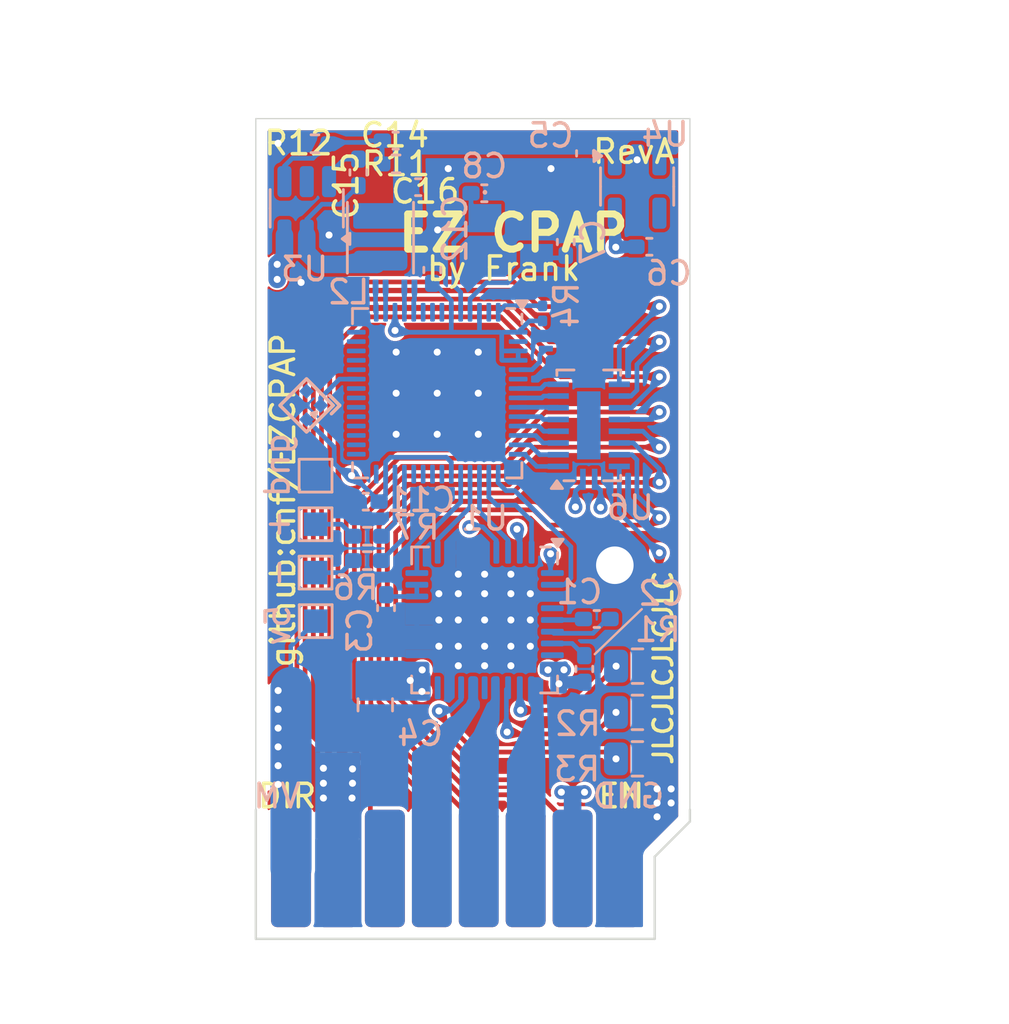
<source format=kicad_pcb>
(kicad_pcb (version 20241229) (generator "pcbnew") (generator_version "9.0")
  (title_block (title "${MY_TITLE}") (date "2025-08-06") (rev "${MY_REVISION}") (company "${MY_AUTHOR}"))
  (layers (0 "F.Cu" signal) (4 "In1.Cu" power) (6 "In2.Cu" power) (2 "B.Cu" signal) (13 "F.Paste" user) (15 "B.Paste" user) (5 "F.SilkS" user "F.Silkscreen") (7 "B.SilkS" user "B.Silkscreen") (1 "F.Mask" user) (3 "B.Mask" user) (25 "Edge.Cuts" user))
  (property "BOARD_TITLE" "EZ CPAP")
  (property "MY_AUTHOR" "Frank Rosquin")
  (property "MY_REVISION" "A")
  (property "MY_TITLE" "EZDriver for CPAP blower motor")
  (property "MY_URL" "github:cnf/EZCPAP")
  (net 0 "")
  (net 1 "Motor_U")
  (net 2 "VDC")
  (net 3 "Motor_W")
  (net 4 "Motor_V")
  (net 5 "V_IO")
  (net 6 "IN1")
  (net 7 "IN2")
  (net 8 "IN3")
  (net 9 "CS")
  (net 10 "DIR")
  (net 11 "MOSI")
  (net 12 "CLK")
  (net 13 "STEP")
  (net 14 "MISO")
  (net 15 "DIAG")
  (net 16 "EN")
  (net 17 "+3.3V")
  (net 18 "GND")
  (net 20 "NFAULT")
  (net 21 "Net-(U1-CPH)")
  (net 22 "Net-(U1-CPL)")
  (net 23 "Net-(U1-VCP)")
  (net 24 "Net-(U1-NRESET)")
  (net 30 "Net-(U2-CHIP_PU)")
  (net 39 "Net-(H1-Pad1)")
  (net 42 "Net-(J2-Pin_1)")
  (net 43 "Net-(J6-Pin_1)")
  (net 46 "Net-(H2-Pad1)")
  (net 48 "Net-(J3-Pin_1)")
  (net 52 "Net-(J4-Pin_1)")
  (net 53 "Net-(J5-Pin_1)")
  (net 56 "XTAL_P")
  (net 57 "XTAL_N")
  (net 58 "D+")
  (net 59 "D-")
  (net 61 "Net-(U1-PGND1)")
  (net 62 "Net-(U1-PGND2)")
  (net 63 "Net-(U1-PGND3)")
  (net 64 "+3V8")
  (net 65 "Net-(U3-SW)")
  (net 66 "Net-(U3-FB)")
  (net 68 "Net-(U3-BOOT)")
  (net 73 "LS0")
  (net 74 "LS6")
  (net 75 "LS5")
  (net 76 "LS4")
  (net 77 "LS7")
  (net 78 "LS2")
  (net 79 "LS1")
  (net 80 "LS3")
  (net 81 "ERGEBLED")
  (net 85 "NSLEEP")
  (footprint "EZCPAP:EZDriver" (layer "F.Cu") (at 69.83 116.64)
    (property "Reference" "J1" (hide yes))
    (property "Value" "EZ" (hide yes))
    (fp_line (start -10 3.5) (end -10 -2) (stroke (width 0.1)) (layer "Edge.Cuts"))
    (fp_line (start -10 3.5) (end 7 3.5) (stroke (width 0.1)) (layer "Edge.Cuts"))
    (fp_line (start 7 0) (end 8.5 -1.5) (stroke (width 0.1)) (layer "Edge.Cuts"))
    (fp_line (start 7 3.5) (end 7 0) (stroke (width 0.1)) (layer "Edge.Cuts"))
    (fp_line (start 8.5 -1.5) (end 8.5 -2) (stroke (width 0.1)) (layer "Edge.Cuts"))
  )
  (footprint "TestPoint:TestPoint_Pad_1.0x1.0mm" (layer "B.Cu") (at 62.375236 104.533565 180)
    (property "Reference" "H2" (hide yes))
    (property "Value" "-")
  )
  (footprint "Capacitor_SMD:C_0402_1005Metric_Pad0.74x0.62mm_HandSolder" (layer "B.Cu") (at 74.36 106.51)
    (property "Reference" "C1")
    (property "Value" "10nF")
  )
  (footprint "Capacitor_SMD:C_0402_1005Metric_Pad0.74x0.62mm_HandSolder" (layer "B.Cu") (at 65.38 106.0425 -90)
    (property "Reference" "C3")
    (property "Value" "470nF")
  )
  (footprint "Package_TO_SOT_SMD:SOT-23-6" (layer "B.Cu") (at 62 89.0125 90)
    (property "Reference" "U3")
    (property "Value" "TPS54202DDC")
  )
  (footprint "EZCPAP:Pin Exposed Pad" (layer "B.Cu") (at 64.93306 92.349 180)
    (property "Reference" "J2" (hide yes))
    (property "Value" "Conn_01x01_Pin" (hide yes))
  )
  (footprint "EZCPAP:XINGLIGHT-XL-1010RGBC-WS2812B" (layer "B.Cu") (at 61.991041 97.41 -135)
    (property "Reference" "D1" (hide yes))
    (property "Value" "WS2812B-2020")
  )
  (footprint "Resistor_SMD:R_0805_2012Metric" (layer "B.Cu") (at 76.0975 108.52)
    (property "Reference" "R1")
    (property "Value" "200mΩ")
  )
  (footprint "Capacitor_SMD:C_0402_1005Metric_Pad0.74x0.62mm_HandSolder" (layer "B.Cu") (at 67.35 91.64 -90)
    (property "Reference" "C12")
    (property "Value" "0.1µF")
  )
  (footprint "Capacitor_SMD:C_0402_1005Metric_Pad0.74x0.62mm_HandSolder" (layer "B.Cu") (at 66.75 88.11)
    (property "Reference" "C16")
    (property "Value" "47µF")
  )
  (footprint "Resistor_SMD:R_0805_2012Metric" (layer "B.Cu") (at 76.0925 110.49)
    (property "Reference" "R2")
    (property "Value" "200mΩ")
  )
  (footprint "Capacitor_SMD:C_0402_1005Metric_Pad0.74x0.62mm_HandSolder" (layer "B.Cu") (at 73.83 108.64 90)
    (property "Reference" "C2")
    (property "Value" "0.1µF")
  )
  (footprint "EZCPAP:Pin Exposed Pad" (layer "B.Cu") (at 66.16 92.35 180)
    (property "Reference" "J4" (hide yes))
    (property "Value" "Conn_01x01_Pin" (hide yes))
  )
  (footprint "Capacitor_SMD:C_0805_2012Metric_Pad1.18x1.45mm_HandSolder" (layer "B.Cu") (at 64.92 110.1675 -90)
    (property "Reference" "C4")
    (property "Value" "22µF")
  )
  (footprint "EZCPAP:Pin Exposed Pad" (layer "B.Cu") (at 66.59 92.35 180)
    (property "Reference" "J5" (hide yes))
    (property "Value" "Conn_01x01_Pin" (hide yes))
  )
  (footprint "Resistor_SMD:R_0402_1005Metric_Pad0.72x0.64mm_HandSolder" (layer "B.Cu") (at 62.35 86.26)
    (property "Reference" "R12")
    (property "Value" "18.7kΩ")
  )
  (footprint "Resistor_SMD:R_0402_1005Metric_Pad0.72x0.64mm_HandSolder" (layer "B.Cu") (at 64.579902 104.022798)
    (property "Reference" "R6")
    (property "Value" "33Ω")
  )
  (footprint "EZCPAP:DRV8313RHH" (layer "B.Cu") (at 69.58 106.5525 180)
    (property "Reference" "U1")
    (property "Value" "DRV8313RHHR")
  )
  (footprint "Package_TO_SOT_SMD:SOT-23-5" (layer "B.Cu") (at 76.08 88.0825 -90)
    (property "Reference" "U4")
    (property "Value" "AP2112K-3.3")
  )
  (footprint "Inductor_SMD:L_Wuerth_MAPI-2510" (layer "B.Cu") (at 65.14 90.265 90)
    (property "Reference" "L2")
    (property "Value" "6.8µH")
  )
  (footprint "Capacitor_SMD:C_0402_1005Metric_Pad0.74x0.62mm_HandSolder" (layer "B.Cu") (at 69.5675 88.37 180)
    (property "Reference" "C8")
    (property "Value" "18pF")
  )
  (footprint "Package_DFN_QFN:WQFN-20-1EP_2.5x4.5mm_P0.5mm_EP1x2.9mm" (layer "B.Cu") (at 74.02 98.26)
    (property "Reference" "U6")
    (property "Value" "FXMA108")
  )
  (footprint "Capacitor_SMD:C_0402_1005Metric_Pad0.74x0.62mm_HandSolder" (layer "B.Cu") (at 64.5175 101.51)
    (property "Reference" "C11")
    (property "Value" "0.1µF")
  )
  (footprint "Resistor_SMD:R_0805_2012Metric" (layer "B.Cu") (at 76.0925 112.47)
    (property "Reference" "R3")
    (property "Value" "200mΩ")
  )
  (footprint "Package_DFN_QFN:QFN-56-1EP_7x7mm_P0.4mm_EP4x4mm_ThermalVias" (layer "B.Cu") (at 67.56 96.89 180)
    (property "Reference" "U2")
    (property "Value" "ESP32-S2")
  )
  (footprint "TestPoint:TestPoint_Pad_1.0x1.0mm" (layer "B.Cu") (at 62.375236 102.473565 180)
    (property "Reference" "H1" (hide yes))
    (property "Value" "+")
  )
  (footprint "Resistor_SMD:R_0201_0603Metric" (layer "B.Cu") (at 72.05 93.49 90)
    (property "Reference" "R4")
    (property "Value" "10kΩ")
  )
  (footprint "Capacitor_SMD:C_0402_1005Metric_Pad0.74x0.62mm_HandSolder" (layer "B.Cu") (at 76.6 90.65)
    (property "Reference" "C6")
    (property "Value" "1µF")
  )
  (footprint "Capacitor_SMD:C_0402_1005Metric_Pad0.74x0.62mm_HandSolder" (layer "B.Cu") (at 73.04 90.4475 90)
    (property "Reference" "C7")
    (property "Value" "18pF")
  )
  (footprint "TestPoint:TestPoint_Pad_1.0x1.0mm" (layer "B.Cu") (at 62.382402 106.602798 180)
    (property "Reference" "H4" (hide yes))
    (property "Value" "5v")
  )
  (footprint "Resistor_SMD:R_0402_1005Metric_Pad0.72x0.64mm_HandSolder" (layer "B.Cu") (at 65.8075 87.12)
    (property "Reference" "R11")
    (property "Value" "100kΩ")
  )
  (footprint "EZCPAP:Hole" (layer "B.Cu") (at 75.13 104.22 180)
    (property "Reference" "H5" (hide yes))
    (property "Value" "MountingHole" (hide yes))
  )
  (footprint "TestPoint:TestPoint_Pad_1.0x1.0mm" (layer "B.Cu") (at 62.375236 100.402798 180)
    (property "Reference" "H3" (hide yes))
    (property "Value" "gnd")
  )
  (footprint "EZCPAP:7M40000010" (layer "B.Cu") (at 70.694216 90.28)
    (property "Reference" "Y1" (hide yes))
    (property "Value" "TXC 7M40000010" (hide yes))
  )
  (footprint "Capacitor_SMD:C_0402_1005Metric_Pad0.74x0.62mm_HandSolder" (layer "B.Cu") (at 65.79 86.13 180)
    (property "Reference" "C14")
    (property "Value" "47pF")
  )
  (footprint "Capacitor_SMD:C_0402_1005Metric_Pad0.74x0.62mm_HandSolder" (layer "B.Cu") (at 73.86 86.67 -90)
    (property "Reference" "C5")
    (property "Value" "1µF")
  )
  (footprint "EZCPAP:Pin Exposed Pad" (layer "B.Cu") (at 65.36 92.35 180)
    (property "Reference" "J3" (hide yes))
    (property "Value" "Conn_01x01_Pin" (hide yes))
  )
  (footprint "Resistor_SMD:R_0402_1005Metric_Pad0.72x0.64mm_HandSolder" (layer "B.Cu") (at 64.584902 102.982798)
    (property "Reference" "R7")
    (property "Value" "33Ω")
  )
  (footprint "Capacitor_SMD:C_0402_1005Metric_Pad0.74x0.62mm_HandSolder" (layer "B.Cu") (at 64.2 87.4825 -90)
    (property "Reference" "C15")
    (property "Value" "100nF")
  )
  (footprint "EZCPAP:Pin Exposed Pad" (layer "B.Cu") (at 72.19 94.99 90)
    (property "Reference" "J6" (hide yes))
    (property "Value" "Conn_01x01_Pin" (hide yes))
  )
  (gr_line (start 74.275 108.01) (end 76.28 106.09) (stroke (width 0.1)) (layer "B.SilkS"))
  (gr_line (start 78.33 85.19) (end 59.83 85.19) (stroke (width 0.05)) (layer "Edge.Cuts"))
  (gr_line (start 59.83 114.64) (end 59.83 85.19) (stroke (width 0.05)) (layer "Edge.Cuts"))
  (gr_line (start 78.33 114.64) (end 78.33 85.19) (stroke (width 0.05)) (layer "Edge.Cuts"))
  (gr_text "by Frank" (at 67.03 92.17 0) (layer "F.SilkS") (effects (font (size 1 1)) (justify left bottom)))
  (gr_text "${MY_URL}" (at 61.57 108.67 90) (layer "F.SilkS") (effects (font (size 1 1)) (justify left bottom)))
  (gr_text "${BOARD_TITLE}" (at 65.75 90.95 0) (layer "F.SilkS") (effects (font (size 1.5 1.5) (thickness 0.3) (bold yes)) (justify left bottom)))
  (gr_text "JLCJLCJLCJLC" (at 77.66 112.8 90) (layer "F.SilkS") (effects (font (size 0.8 0.8) (thickness 0.15) (bold yes)) (justify left bottom)))
  (gr_text "Rev${MY_REVISION}" (at 74.11 87.18 0) (layer "F.SilkS") (effects (font (size 1 1)) (justify left bottom)))
  (via (at 72.962826 108.674862) (size 0.6) (drill 0.3) (layers "F.Cu" "B.Cu") (net 2))
  (via (at 66.92 108.68) (size 0.6) (drill 0.3) (layers "F.Cu" "B.Cu") (net 2))
  (via (at 60.78 109.56) (size 0.6) (drill 0.3) (layers "F.Cu" "B.Cu") (net 2))
  (via (at 66.91 109.6) (size 0.6) (drill 0.3) (layers "F.Cu" "B.Cu") (net 2))
  (via (at 60.78 111.96) (size 0.6) (drill 0.3) (layers "F.Cu" "B.Cu") (net 2))
  (via (at 60.74 92.04) (size 0.6) (drill 0.3) (layers "F.Cu" "B.Cu") (net 2))
  (via (at 72.75 109.27) (size 0.6) (drill 0.3) (layers "F.Cu" "B.Cu") (net 2))
  (via (at 60.74 91.4) (size 0.6) (drill 0.3) (layers "F.Cu" "B.Cu") (net 2))
  (via (at 60.78 112.76) (size 0.6) (drill 0.3) (layers "F.Cu" "B.Cu") (net 2))
  (via (at 60.78 113.56) (size 0.6) (drill 0.3) (layers "F.Cu" "B.Cu") (net 2))
  (via (at 60.78 111.16) (size 0.6) (drill 0.3) (layers "F.Cu" "B.Cu") (net 2))
  (via (at 66.41 109.13) (size 0.6) (drill 0.3) (layers "F.Cu" "B.Cu") (net 2))
  (via (at 72.280002 108.68) (size 0.6) (drill 0.3) (layers "F.Cu" "B.Cu") (net 2))
  (via (at 60.78 110.36) (size 0.6) (drill 0.3) (layers "F.Cu" "B.Cu") (net 2))
  (segment (start 73.83 109.2075) (end 72.8125 109.2075) (width 0.5) (layer "B.Cu") (net 2))
  (segment (start 62.382402 106.602798) (end 61.32 107.6652) (width 0.2) (layer "B.Cu") (net 2))
  (segment (start 61.33 117.14) (end 61.33 109.43) (width 1.75) (layer "B.Cu") (net 2))
  (segment (start 60.74 91.4) (end 60.74 92.04) (width 0.75) (layer "B.Cu") (net 2))
  (segment (start 61.05 91.09) (end 60.74 91.4) (width 0.75) (layer "B.Cu") (net 2))
  (segment (start 72.71934 109.23934) (end 72.75 109.27) (width 0.2) (layer "B.Cu") (net 2))
  (segment (start 72.71934 108.61) (end 72.71934 109.23934) (width 0.2) (layer "B.Cu") (net 2))
  (segment (start 72.8125 109.2075) (end 72.75 109.27) (width 0.2) (layer "B.Cu") (net 2))
  (segment (start 61.05 90.15) (end 61.05 91.09) (width 0.75) (layer "B.Cu") (net 2))
  (segment (start 61.32 107.6652) (end 61.32 109.42) (width 0.2) (layer "B.Cu") (net 2))
  (segment (start 61.32 109.42) (end 61.33 109.43) (width 0.2) (layer "B.Cu") (net 2))
  (via (at 73.84 113.89) (size 0.6) (drill 0.3) (layers "F.Cu" "B.Cu") (net 5))
  (via (at 72.85 113.89) (size 0.6) (drill 0.3) (layers "F.Cu" "B.Cu") (net 5))
  (via (at 74.52 101.76) (size 0.6) (drill 0.3) (layers "F.Cu" "B.Cu") (net 5))
  (segment (start 74.27 100.56) (end 74.27 100.775) (width 0.2) (layer "B.Cu") (net 5))
  (segment (start 73.33 113.89) (end 72.85 113.89) (width 0.5) (layer "B.Cu") (net 5))
  (segment (start 73.84 113.89) (end 73.33 113.89) (width 0.5) (layer "B.Cu") (net 5))
  (segment (start 74.27 100.775) (end 74.52 101.025) (width 0.2) (layer "B.Cu") (net 5))
  (segment (start 74.52 101.025) (end 74.52 101.76) (width 0.2) (layer "B.Cu") (net 5))
  (segment (start 73.33 114.095) (end 73.33 117.14) (width 0.75) (layer "B.Cu") (net 5))
  (segment (start 73.256 103.432138) (end 70.864862 101.041) (width 0.2) (layer "B.Cu") (net 6))
  (segment (start 72.970798 105.0525) (end 73.256 104.767298) (width 0.2) (layer "B.Cu") (net 6))
  (segment (start 70.864862 101.041) (end 70.491 101.041) (width 0.2) (layer "B.Cu") (net 6))
  (segment (start 72.4675 105.0525) (end 72.970798 105.0525) (width 0.2) (layer "B.Cu") (net 6))
  (segment (start 70.16 100.71) (end 70.16 100.34) (width 0.2) (layer "B.Cu") (net 6))
  (segment (start 70.491 101.041) (end 70.16 100.71) (width 0.2) (layer "B.Cu") (net 6))
  (segment (start 73.256 104.767298) (end 73.256 103.432138) (width 0.2) (layer "B.Cu") (net 6))
  (segment (start 71.58 103.665) (end 71.58 102.34) (width 0.2) (layer "B.Cu") (net 7))
  (segment (start 70.1 101.66) (end 69.76 101.32) (width 0.2) (layer "B.Cu") (net 7))
  (segment (start 70.9 101.66) (end 70.1 101.66) (width 0.2) (layer "B.Cu") (net 7))
  (segment (start 69.76 101.32) (end 69.76 100.34) (width 0.2) (layer "B.Cu") (net 7))
  (segment (start 71.58 102.34) (end 70.9 101.66) (width 0.2) (layer "B.Cu") (net 7))
  (segment (start 69.36 101.93) (end 70.58 103.15) (width 0.2) (layer "B.Cu") (net 8))
  (segment (start 69.36 100.34) (end 69.36 101.93) (width 0.2) (layer "B.Cu") (net 8))
  (segment (start 70.58 103.15) (end 70.58 103.665) (width 0.2) (layer "B.Cu") (net 8))
  (segment (start 71.71 99.19) (end 77.03 99.19) (width 0.2) (layer "F.Cu") (net 9))
  (segment (start 64.38 102.19) (end 66.15 100.42) (width 0.2) (layer "F.Cu") (net 9))
  (segment (start 69.33 117.14) (end 69.33 115.31) (width 0.2) (layer "F.Cu") (net 9))
  (segment (start 66.15 100.42) (end 70.48 100.42) (width 0.2) (layer "F.Cu") (net 9))
  (segment (start 69.33 115.31) (end 64.38 110.36) (width 0.2) (layer "F.Cu") (net 9))
  (segment (start 64.38 110.36) (end 64.38 102.19) (width 0.2) (layer "F.Cu") (net 9))
  (segment (start 70.48 100.42) (end 71.71 99.19) (width 0.2) (layer "F.Cu") (net 9))
  (via (at 77.03 99.19) (size 0.6) (drill 0.3) (layers "F.Cu" "B.Cu") (net 9))
  (segment (start 77.03 99.19) (end 77.01 99.19) (width 0.2) (layer "B.Cu") (net 9))
  (segment (start 76.33 98.51) (end 75.32 98.51) (width 0.2) (layer "B.Cu") (net 9))
  (segment (start 77.01 99.19) (end 76.33 98.51) (width 0.2) (layer "B.Cu") (net 9))
  (segment (start 61.33 117.14) (end 61.58 116.89) (width 0.2) (layer "F.Cu") (net 10))
  (segment (start 61.58 94.4) (end 63.83 92.15) (width 0.2) (layer "F.Cu") (net 10))
  (segment (start 61.58 116.89) (end 61.58 94.4) (width 0.2) (layer "F.Cu") (net 10))
  (segment (start 77.03 93.19) (end 76.78 93.19) (width 0.2) (layer "F.Cu") (net 10))
  (segment (start 63.83 92.15) (end 70.83 92.15) (width 0.2) (layer "F.Cu") (net 10))
  (segment (start 70.83 92.15) (end 71.88 93.2) (width 0.2) (layer "F.Cu") (net 10))
  (segment (start 71.88 93.2) (end 77.02 93.2) (width 0.2) (layer "F.Cu") (net 10))
  (segment (start 77.02 93.2) (end 77.03 93.19) (width 0.2) (layer "F.Cu") (net 10))
  (via (at 77.03 93.19) (size 0.6) (drill 0.3) (layers "F.Cu" "B.Cu") (net 10))
  (segment (start 77.03 93.2) (end 75.32 94.91) (width 0.2) (layer "B.Cu") (net 10))
  (segment (start 77.03 93.19) (end 77.03 93.2) (width 0.2) (layer "B.Cu") (net 10))
  (segment (start 75.32 94.91) (end 75.32 96.51) (width 0.2) (layer "B.Cu") (net 10))
  (segment (start 72.32 102.51) (end 71.67 101.86) (width 0.2) (layer "F.Cu") (net 11))
  (segment (start 76.7 102.51) (end 72.32 102.51) (width 0.2) (layer "F.Cu") (net 11))
  (segment (start 71.27 113.36) (end 73.33 115.42) (width 0.2) (layer "F.Cu") (net 11))
  (segment (start 69.4 113.36) (end 71.27 113.36) (width 0.2) (layer "F.Cu") (net 11))
  (segment (start 65.79 102.82) (end 65.79 109.75) (width 0.2) (layer "F.Cu") (net 11))
  (segment (start 66.75 101.86) (end 65.79 102.82) (width 0.2) (layer "F.Cu") (net 11))
  (segment (start 65.79 109.75) (end 69.4 113.36) (width 0.2) (layer "F.Cu") (net 11))
  (segment (start 77.03 102.19) (end 77.02 102.19) (width 0.2) (layer "F.Cu") (net 11))
  (segment (start 77.02 102.19) (end 76.7 102.51) (width 0.2) (layer "F.Cu") (net 11))
  (segment (start 73.33 115.42) (end 73.33 117.14) (width 0.2) (layer "F.Cu") (net 11))
  (segment (start 71.67 101.86) (end 66.75 101.86) (width 0.2) (layer "F.Cu") (net 11))
  (via (at 77.03 102.19) (size 0.6) (drill 0.3) (layers "F.Cu" "B.Cu") (net 11))
  (segment (start 76.8 101.96) (end 77.03 102.19) (width 0.2) (layer "B.Cu") (net 11))
  (segment (start 76.07 99.723862) (end 76.07 101.25) (width 0.2) (layer "B.Cu") (net 11))
  (segment (start 76.07 101.25) (end 76.78 101.96) (width 0.2) (layer "B.Cu") (net 11))
  (segment (start 75.856138 99.51) (end 76.07 99.723862) (width 0.2) (layer "B.Cu") (net 11))
  (segment (start 76.78 101.96) (end 76.8 101.96) (width 0.2) (layer "B.Cu") (net 11))
  (segment (start 75.32 99.51) (end 75.856138 99.51) (width 0.2) (layer "B.Cu") (net 11))
  (segment (start 71.22 100.69) (end 70.77 101.14) (width 0.2) (layer "F.Cu") (net 12))
  (segment (start 77.03 100.69) (end 71.22 100.69) (width 0.2) (layer "F.Cu") (net 12))
  (segment (start 71.33 114.773862) (end 71.33 117.14) (width 0.2) (layer "F.Cu") (net 12))
  (segment (start 65.08 110.04) (end 69.04 114) (width 0.2) (layer "F.Cu") (net 12))
  (segment (start 69.04 114) (end 70.556138 114) (width 0.2) (layer "F.Cu") (net 12))
  (segment (start 70.556138 114) (end 71.33 114.773862) (width 0.2) (layer "F.Cu") (net 12))
  (segment (start 65.08 102.52) (end 65.08 110.04) (width 0.2) (layer "F.Cu") (net 12))
  (segment (start 66.46 101.14) (end 65.08 102.52) (width 0.2) (layer "F.Cu") (net 12))
  (segment (start 70.77 101.14) (end 66.46 101.14) (width 0.2) (layer "F.Cu") (net 12))
  (via (at 77.03 100.69) (size 0.6) (drill 0.3) (layers "F.Cu" "B.Cu") (net 12))
  (segment (start 75.92 99.01) (end 77.03 100.12) (width 0.2) (layer "B.Cu") (net 12))
  (segment (start 77.03 100.12) (end 77.03 100.69) (width 0.2) (layer "B.Cu") (net 12))
  (segment (start 75.32 99.01) (end 75.92 99.01) (width 0.2) (layer "B.Cu") (net 12))
  (segment (start 62.28 111.54) (end 62.28 94.77) (width 0.2) (layer "F.Cu") (net 13))
  (segment (start 63.33 117.14) (end 63.33 112.59) (width 0.2) (layer "F.Cu") (net 13))
  (segment (start 77.03 94.69) (end 76.78 94.69) (width 0.2) (layer "F.Cu") (net 13))
  (segment (start 62.28 94.77) (end 64.17 92.88) (width 0.2) (layer "F.Cu") (net 13))
  (segment (start 63.33 112.59) (end 62.28 111.54) (width 0.2) (layer "F.Cu") (net 13))
  (segment (start 64.17 92.88) (end 70.52 92.88) (width 0.2) (layer "F.Cu") (net 13))
  (segment (start 72.34 94.7) (end 77.02 94.7) (width 0.2) (layer "F.Cu") (net 13))
  (segment (start 70.52 92.88) (end 72.34 94.7) (width 0.2) (layer "F.Cu") (net 13))
  (segment (start 77.02 94.7) (end 77.03 94.69) (width 0.2) (layer "F.Cu") (net 13))
  (via (at 77.03 94.69) (size 0.6) (drill 0.3) (layers "F.Cu" "B.Cu") (net 13))
  (segment (start 76.78 94.69) (end 77.03 94.69) (width 0.2) (layer "B.Cu") (net 13))
  (segment (start 77.03 94.69) (end 77.03 94.71) (width 0.2) (layer "B.Cu") (net 13))
  (segment (start 77.03 94.71) (end 76.071 95.669) (width 0.2) (layer "B.Cu") (net 13))
  (segment (start 76.071 96.76) (end 75.821 97.01) (width 0.2) (layer "B.Cu") (net 13))
  (segment (start 76.071 95.669) (end 76.071 96.76) (width 0.2) (layer "B.Cu") (net 13))
  (segment (start 75.821 97.01) (end 75.32 97.01) (width 0.2) (layer "B.Cu") (net 13))
  (segment (start 67.33 114.38) (end 63.68 110.73) (width 0.2) (layer "F.Cu") (net 14))
  (segment (start 67.33 117.14) (end 67.33 114.38) (width 0.2) (layer "F.Cu") (net 14))
  (segment (start 65.91 99.66) (end 70.2 99.66) (width 0.2) (layer "F.Cu") (net 14))
  (segment (start 72.17 97.69) (end 77.03 97.69) (width 0.2) (layer "F.Cu") (net 14))
  (segment (start 63.68 110.73) (end 63.68 101.89) (width 0.2) (layer "F.Cu") (net 14))
  (segment (start 63.68 101.89) (end 65.91 99.66) (width 0.2) (layer "F.Cu") (net 14))
  (segment (start 70.2 99.66) (end 72.17 97.69) (width 0.2) (layer "F.Cu") (net 14))
  (via (at 77.03 97.69) (size 0.6) (drill 0.3) (layers "F.Cu" "B.Cu") (net 14))
  (segment (start 77.03 97.69) (end 76.71 98.01) (width 0.2) (layer "B.Cu") (net 14))
  (segment (start 76.71 98.01) (end 75.32 98.01) (width 0.2) (layer "B.Cu") (net 14))
  (segment (start 70.268311 93.638311) (end 72.82 96.19) (width 0.2) (layer "F.Cu") (net 15))
  (segment (start 65.33 117.14) (end 64.71 116.52) (width 0.2) (layer "F.Cu") (net 15))
  (segment (start 62.98 111.08) (end 62.98 95.09) (width 0.2) (layer "F.Cu") (net 15))
  (segment (start 64.431689 93.638311) (end 70.268311 93.638311) (width 0.2) (layer "F.Cu") (net 15))
  (segment (start 72.82 96.19) (end 77.03 96.19) (width 0.2) (layer "F.Cu") (net 15))
  (segment (start 62.98 95.09) (end 64.431689 93.638311) (width 0.2) (layer "F.Cu") (net 15))
  (segment (start 64.71 112.81) (end 62.98 111.08) (width 0.2) (layer "F.Cu") (net 15))
  (segment (start 64.71 116.52) (end 64.71 112.81) (width 0.2) (layer "F.Cu") (net 15))
  (via (at 77.03 96.19) (size 0.6) (drill 0.3) (layers "F.Cu" "B.Cu") (net 15))
  (segment (start 75.84 97.51) (end 75.32 97.51) (width 0.2) (layer "B.Cu") (net 15))
  (segment (start 77.16 96.19) (end 75.84 97.51) (width 0.2) (layer "B.Cu") (net 15))
  (segment (start 76.05 116.42) (end 76.05 107.34) (width 0.2) (layer "F.Cu") (net 16))
  (segment (start 77.03 106.36) (end 77.03 103.69) (width 0.2) (layer "F.Cu") (net 16))
  (segment (start 76.05 107.34) (end 77.03 106.36) (width 0.2) (layer "F.Cu") (net 16))
  (segment (start 75.33 117.14) (end 76.05 116.42) (width 0.2) (layer "F.Cu") (net 16))
  (via (at 77.03 103.69) (size 0.6) (drill 0.3) (layers "F.Cu" "B.Cu") (net 16))
  (segment (start 75.32 101.98) (end 77.03 103.69) (width 0.2) (layer "B.Cu") (net 16))
  (segment (start 75.32 100.01) (end 75.32 101.98) (width 0.2) (layer "B.Cu") (net 16))
  (via (at 70.96 102.68) (size 0.6) (drill 0.3) (layers "F.Cu" "B.Cu") (net 17))
  (via (at 65.762015 94.219311) (size 0.6) (drill 0.3) (layers "F.Cu" "B.Cu") (net 17))
  (via (at 73.45 101.74) (size 0.6) (drill 0.3) (layers "F.Cu" "B.Cu") (net 17))
  (via (at 68.93 102.6) (size 0.6) (drill 0.3) (layers "F.Cu" "B.Cu") (net 17))
  (via (at 75.17 90.67) (size 0.6) (drill 0.3) (layers "F.Cu" "B.Cu") (net 17))
  (via (at 72.39 103.73) (size 0.6) (drill 0.3) (layers "F.Cu" "B.Cu") (net 17))
  (via (at 63.91 100.4) (size 0.6) (drill 0.3) (layers "F.Cu" "B.Cu") (net 17))
  (segment (start 72.39 103.73) (end 72.39 104.475) (width 0.2) (layer "B.Cu") (net 17))
  (segment (start 65.36 101.235) (end 65.085 101.51) (width 0.2) (layer "B.Cu") (net 17))
  (segment (start 70.33 95.49) (end 71.01 95.49) (width 0.2) (layer "B.Cu") (net 17))
  (segment (start 75.13 90.65) (end 75.13 89.22) (width 0.5) (layer "B.Cu") (net 17))
  (segment (start 70.309 95.07) (end 70.309 95.469) (width 0.2) (layer "B.Cu") (net 17))
  (segment (start 68.16 100.34) (end 68.16 99.83) (width 0.2) (layer "B.Cu") (net 17))
  (segment (start 75.8825 90.65) (end 75.13 90.65) (width 0.5) (layer "B.Cu") (net 17))
  (segment (start 68.16 93.4425) (end 68.16 94.2825) (width 0.2) (layer "B.Cu") (net 17))
  (segment (start 63.91 100.4) (end 63.975 100.4) (width 0.2) (layer "B.Cu") (net 17))
  (segment (start 73.45 101.065) (end 73.45 101.74) (width 0.2) (layer "B.Cu") (net 17))
  (segment (start 65.76 94.1915) (end 65.861 94.2925) (width 0.2) (layer "B.Cu") (net 17))
  (segment (start 65.76 94.217296) (end 65.76 93.24) (width 0.2) (layer "B.Cu") (net 17))
  (segment (start 73.77 100.745) (end 73.45 101.065) (width 0.2) (layer "B.Cu") (net 17))
  (segment (start 71.01 95.09) (end 70.329 95.09) (width 0.2) (layer "B.Cu") (net 17))
  (segment (start 69.36 94.2725) (end 69.36 93.4425) (width 0.2) (layer "B.Cu") (net 17))
  (segment (start 63.17 99.601798) (end 63.17 99.19) (width 0.2) (layer "B.Cu") (net 17))
  (segment (start 68.93 102.6) (end 68.94 102.59) (width 0.2) (layer "B.Cu") (net 17))
  (segment (start 71.01 95.09) (end 71.01 95.49) (width 0.2) (layer "B.Cu") (net 17))
  (segment (start 65.861 94.2925) (end 68.3325 94.2925) (width 0.2) (layer "B.Cu") (net 17))
  (segment (start 68.16 92.942226) (end 68.16 93.44) (width 0.2) (layer "B.Cu") (net 17))
  (segment (start 69.508298 102.59) (end 70.08 103.161702) (width 0.2) (layer "B.Cu") (net 17))
  (segment (start 63.91 100.4) (end 63.69 100.4) (width 0.2) (layer "B.Cu") (net 17))
  (segment (start 73.77 100.56) (end 73.77 100.745) (width 0.2) (layer "B.Cu") (net 17))
  (segment (start 69.38 94.2925) (end 69.36 94.2725) (width 0.2) (layer "B.Cu") (net 17))
  (segment (start 63.17 99.19) (end 61.991041 98.011041) (width 0.2) (layer "B.Cu") (net 17))
  (segment (start 63.176236 99.886236) (end 63.176236 99.601798) (width 0.2) (layer "B.Cu") (net 17))
  (segment (start 75.9025 90.63) (end 75.8825 90.65) (width 0.5) (layer "B.Cu") (net 17))
  (segment (start 68.16 99.83) (end 67.95 99.62) (width 0.2) (layer "B.Cu") (net 17))
  (segment (start 70.309 94.3435) (end 70.258 94.2925) (width 0.2) (layer "B.Cu") (net 17))
  (segment (start 70.309 94.3435) (end 70.309 95.07) (width 0.2) (layer "B.Cu") (net 17))
  (segment (start 65.36 100.34) (end 65.36 101.235) (width 0.2) (layer "B.Cu") (net 17))
  (segment (start 67.35 92.2075) (end 67.425274 92.2075) (width 0.2) (layer "B.Cu") (net 17))
  (segment (start 63.69 100.4) (end 63.176236 99.886236) (width 0.2) (layer "B.Cu") (net 17))
  (segment (start 63.975 100.4) (end 65.085 101.51) (width 0.2) (layer "B.Cu") (net 17))
  (segment (start 70.309 95.469) (end 70.33 95.49) (width 0.2) (layer "B.Cu") (net 17))
  (segment (start 71.01 94.2925) (end 70.36 94.2925) (width 0.2) (layer "B.Cu") (net 17))
  (segment (start 67.95 99.62) (end 65.56 99.62) (width 0.2) (layer "B.Cu") (net 17))
  (segment (start 68.3325 94.2925) (end 69.712226 94.2925) (width 0.2) (layer "B.Cu") (net 17))
  (segment (start 71.49 93.81) (end 71.01 94.29) (width 0.2) (layer "B.Cu") (net 17))
  (segment (start 71.08 102.8) (end 71.08 103.665) (width 0.2) (layer "B.Cu") (net 17))
  (segment (start 70.96 102.68) (end 71.08 102.8) (width 0.2) (layer "B.Cu") (net 17))
  (segment (start 65.36 99.82) (end 65.36 100.34) (width 0.2) (layer "B.Cu") (net 17))
  (segment (start 68.94 102.59) (end 69.508298 102.59) (width 0.2) (layer "B.Cu") (net 17))
  (segment (start 72.05 93.81) (end 71.49 93.81) (width 0.2) (layer "B.Cu") (net 17))
  (segment (start 65.56 99.62) (end 65.36 99.82) (width 0.2) (layer "B.Cu") (net 17))
  (segment (start 71.035 95.115) (end 71.01 95.09) (width 0.2) (layer "B.Cu") (net 17))
  (segment (start 70.08 103.161702) (end 70.08 103.665) (width 0.2) (layer "B.Cu") (net 17))
  (segment (start 63.91 100.4) (end 63.91 100.62) (width 0.2) (layer "B.Cu") (net 17))
  (segment (start 67.425274 92.2075) (end 68.16 92.942226) (width 0.2) (layer "B.Cu") (net 17))
  (segment (start 65.762015 94.219311) (end 65.76 94.217296) (width 0.2) (layer "B.Cu") (net 17))
  (segment (start 72.39 104.475) (end 72.4675 104.5525) (width 0.2) (layer "B.Cu") (net 17))
  (segment (start 70.258 94.2925) (end 69.712226 94.2925) (width 0.2) (layer "B.Cu") (net 17))
  (segment (start 70.36 94.2925) (end 70.309 94.3435) (width 0.2) (layer "B.Cu") (net 17))
  (segment (start 70.329 95.09) (end 70.309 95.07) (width 0.2) (layer "B.Cu") (net 17))
  (segment (start 63.176236 99.601798) (end 63.17 99.601798) (width 0.2) (layer "B.Cu") (net 17))
  (via (at 76.93 114.35) (size 0.6) (drill 0.3) (layers "F.Cu" "B.Cu") (net 18))
  (via (at 61.76 92.17) (size 0.6) (drill 0.3) (layers "F.Cu" "B.Cu") (net 18))
  (via (at 77.53 114.35) (size 0.6) (drill 0.3) (layers "F.Cu" "B.Cu") (net 18))
  (via (at 62.71 113.51) (size 0.6) (drill 0.3) (layers "F.Cu" "B.Cu") (net 18))
  (via (at 72.41 87.32) (size 0.6) (drill 0.3) (layers "F.Cu" "B.Cu") (net 18))
  (via (at 63.95 112.9) (size 0.6) (drill 0.3) (layers "F.Cu" "B.Cu") (net 18))
  (via (at 62.71 112.87) (size 0.6) (drill 0.3) (layers "F.Cu" "B.Cu") (net 18))
  (via (at 62.71 114.14) (size 0.6) (drill 0.3) (layers "F.Cu" "B.Cu") (net 18))
  (via (at 76.08 86.945) (size 0.6) (drill 0.3) (layers "F.Cu" "B.Cu") (net 18))
  (via (at 76.93 114.94) (size 0.6) (drill 0.3) (layers "F.Cu" "B.Cu") (net 18))
  (via (at 76.93 113.75) (size 0.6) (drill 0.3) (layers "F.Cu" "B.Cu") (net 18))
  (via (at 63.95 113.51) (size 0.6) (drill 0.3) (layers "F.Cu" "B.Cu") (net 18))
  (via (at 77.53 113.75) (size 0.6) (drill 0.3) (layers "F.Cu" "B.Cu") (net 18))
  (via (at 63.93 114.14) (size 0.6) (drill 0.3) (layers "F.Cu" "B.Cu") (net 18))
  (via (at 62.95 90.15) (size 0.6) (drill 0.3) (layers "F.Cu" "B.Cu") (net 18))
  (via (at 68.03 87.32) (size 0.6) (drill 0.3) (layers "F.Cu" "B.Cu") (net 18))
  (via (at 67.58 89.93) (size 0.6) (drill 0.3) (layers "F.Cu" "B.Cu") (net 18))
  (via (at 60.78 86.24) (size 0.6) (drill 0.3) (layers "F.Cu" "B.Cu") (net 18))
  (segment (start 66.6925 107.0525) (end 66.6925 107.5525) (width 0.2) (layer "B.Cu") (net 18))
  (segment (start 66.6925 106.5525) (end 66.6925 107.0525) (width 0.2) (layer "B.Cu") (net 18))
  (segment (start 66.635 106.61) (end 66.6925 106.5525) (width 0.2) (layer "B.Cu") (net 18))
  (segment (start 68.08 103.665) (end 68.58 103.665) (width 0.2) (layer "B.Cu") (net 18))
  (segment (start 67.58 103.128341) (end 68.96 101.748341) (width 0.2) (layer "B.Cu") (net 20))
  (segment (start 68.96 101.748341) (end 68.96 100.34) (width 0.2) (layer "B.Cu") (net 20))
  (segment (start 67.58 103.665) (end 67.58 103.128341) (width 0.2) (layer "B.Cu") (net 20))
  (segment (start 74.1975 107.12) (end 72.535 107.12) (width 0.2) (layer "B.Cu") (net 21))
  (segment (start 74.9275 106.39) (end 74.1975 107.12) (width 0.2) (layer "B.Cu") (net 21))
  (segment (start 72.535 107.12) (end 72.4675 107.0525) (width 0.2) (layer "B.Cu") (net 21))
  (segment (start 73.63 106.5525) (end 72.4675 106.5525) (width 0.2) (layer "B.Cu") (net 22))
  (segment (start 73.7925 106.39) (end 73.63 106.5525) (width 0.2) (layer "B.Cu") (net 22))
  (segment (start 72.491 107.529) (end 72.4675 107.5525) (width 0.2) (layer "B.Cu") (net 23))
  (segment (start 73.31 107.5525) (end 72.4675 107.5525) (width 0.2) (layer "B.Cu") (net 23))
  (segment (start 73.83 108.0725) (end 73.31 107.5525) (width 0.2) (layer "B.Cu") (net 23))
  (segment (start 66.6925 105.0525) (end 66.6925 105.5525) (width 0.2) (layer "B.Cu") (net 24))
  (segment (start 65.4575 105.5525) (end 65.38 105.475) (width 0.2) (layer "B.Cu") (net 24))
  (segment (start 66.66 105.52) (end 66.6925 105.5525) (width 0.2) (layer "B.Cu") (net 24))
  (segment (start 66.6925 105.5525) (end 65.4575 105.5525) (width 0.2) (layer "B.Cu") (net 24))
  (segment (start 70.16 93.44) (end 70.44 93.16) (width 0.2) (layer "B.Cu") (net 30))
  (segment (start 70.44 93.16) (end 71.94 93.16) (width 0.2) (layer "B.Cu") (net 30))
  (segment (start 63.478169 102.473565) (end 63.987402 102.982798) (width 0.2) (layer "B.Cu") (net 39))
  (segment (start 62.375236 102.473565) (end 63.478169 102.473565) (width 0.2) (layer "B.Cu") (net 39))
  (segment (start 64.93306 92.349) (end 64.93306 93.41306) (width 0.2) (layer "B.Cu") (net 42))
  (segment (start 64.93306 93.41306) (end 64.96 93.44) (width 0.2) (layer "B.Cu") (net 42))
  (segment (start 71.93 95.56) (end 71.93 95.25) (width 0.2) (layer "B.Cu") (net 43))
  (segment (start 71.93 95.25) (end 72.19 94.99) (width 0.2) (layer "B.Cu") (net 43))
  (segment (start 71.01 95.89) (end 71.6 95.89) (width 0.2) (layer "B.Cu") (net 43))
  (segment (start 71.6 95.89) (end 71.93 95.56) (width 0.2) (layer "B.Cu") (net 43))
  (segment (start 62.375236 104.533565) (end 63.471635 104.533565) (width 0.2) (layer "B.Cu") (net 46))
  (segment (start 63.471635 104.533565) (end 63.982402 104.022798) (width 0.2) (layer "B.Cu") (net 46))
  (segment (start 65.36 92.942226) (end 65.36 93.44) (width 0.2) (layer "B.Cu") (net 48))
  (segment (start 65.36 92.31) (end 65.36 92.902226) (width 0.2) (layer "B.Cu") (net 48))
  (segment (start 66.16 92.912) (end 66.16 92.288) (width 0.2) (layer "B.Cu") (net 52))
  (segment (start 66.16 93.44) (end 66.16 92.93) (width 0.2) (layer "B.Cu") (net 52))
  (segment (start 66.59 92.912226) (end 66.56 92.942226) (width 0.2) (layer "B.Cu") (net 53))
  (segment (start 66.56 92.942226) (end 66.56 93.44) (width 0.2) (layer "B.Cu") (net 53))
  (segment (start 66.59 92.35) (end 66.59 92.912226) (width 0.2) (layer "B.Cu") (net 53))
  (segment (start 71.799216 91.125) (end 71.794216 91.13) (width 0.2) (layer "B.Cu") (net 56))
  (segment (start 69.651 92.18) (end 70.57 92.18) (width 0.2) (layer "B.Cu") (net 56))
  (segment (start 72.93 91.125) (end 71.799216 91.125) (width 0.2) (layer "B.Cu") (net 56))
  (segment (start 70.57 92.18) (end 71.62 91.13) (width 0.2) (layer "B.Cu") (net 56))
  (segment (start 68.96 93.44) (end 68.96 92.871) (width 0.2) (layer "B.Cu") (net 56))
  (segment (start 68.96 92.871) (end 69.651 92.18) (width 0.2) (layer "B.Cu") (net 56))
  (segment (start 73.04 91.015) (end 72.93 91.125) (width 0.2) (layer "B.Cu") (net 56))
  (segment (start 71.62 91.13) (end 71.794216 91.13) (width 0.2) (layer "B.Cu") (net 56))
  (segment (start 68.56 93.44) (end 68.56 92.59) (width 0.2) (layer "B.Cu") (net 57))
  (segment (start 68.56 92.59) (end 68.27 92.3) (width 0.2) (layer "B.Cu") (net 57))
  (segment (start 69 88.37) (end 69 88.835784) (width 0.2) (layer "B.Cu") (net 57))
  (segment (start 68.27 90.48) (end 69.32 89.43) (width 0.2) (layer "B.Cu") (net 57))
  (segment (start 69 88.835784) (end 69.594216 89.43) (width 0.2) (layer "B.Cu") (net 57))
  (segment (start 68.27 92.3) (end 68.27 90.48) (width 0.2) (layer "B.Cu") (net 57))
  (segment (start 69.32 89.43) (end 69.594216 89.43) (width 0.2) (layer "B.Cu") (net 57))
  (segment (start 65.76 100.34) (end 65.76 102.4052) (width 0.2) (layer "B.Cu") (net 58))
  (segment (start 65.76 102.4052) (end 65.182402 102.982798) (width 0.2) (layer "B.Cu") (net 58))
  (segment (start 66.16 103.0402) (end 65.177402 104.022798) (width 0.2) (layer "B.Cu") (net 59))
  (segment (start 66.16 100.34) (end 66.16 103.0402) (width 0.2) (layer "B.Cu") (net 59))
  (segment (start 71.13 110.4) (end 73.305 110.4) (width 0.2) (layer "F.Cu") (net 61))
  (segment (start 73.305 110.4) (end 75.185 108.52) (width 0.2) (layer "F.Cu") (net 61))
  (segment (start 71.12 110.39) (end 71.13 110.4) (width 0.2) (layer "F.Cu") (net 61))
  (via (at 75.185 108.52) (size 0.6) (drill 0.3) (layers "F.Cu" "B.Cu") (net 61))
  (via (at 71.11 110.4) (size 0.6) (drill 0.3) (layers "F.Cu" "B.Cu") (net 61))
  (segment (start 71.08 110.37) (end 71.11 110.4) (width 0.2) (layer "B.Cu") (net 61))
  (segment (start 71.08 109.44) (end 71.08 110.37) (width 0.2) (layer "B.Cu") (net 61))
  (segment (start 70.64 111.33) (end 70.72 111.41) (width 0.2) (layer "F.Cu") (net 62))
  (segment (start 74.26 111.41) (end 75.18 110.49) (width 0.2) (layer "F.Cu") (net 62))
  (segment (start 70.72 111.41) (end 74.26 111.41) (width 0.2) (layer "F.Cu") (net 62))
  (segment (start 70.54 111.33) (end 70.64 111.33) (width 0.2) (layer "F.Cu") (net 62))
  (via (at 70.54 111.33) (size 0.6) (drill 0.3) (layers "F.Cu" "B.Cu") (net 62))
  (via (at 75.18 110.49) (size 0.6) (drill 0.3) (layers "F.Cu" "B.Cu") (net 62))
  (segment (start 70.509 111.299) (end 70.509 109.511) (width 0.2) (layer "B.Cu") (net 62))
  (segment (start 70.54 111.33) (end 70.509 111.299) (width 0.2) (layer "B.Cu") (net 62))
  (segment (start 70.509 109.511) (end 70.58 109.44) (width 0.2) (layer "B.Cu") (net 62))
  (segment (start 67.62 110.6) (end 69.2 112.18) (width 0.2) (layer "F.Cu") (net 63))
  (segment (start 69.2 112.18) (end 74.89 112.18) (width 0.2) (layer "F.Cu") (net 63))
  (segment (start 67.621837 110.4275) (end 67.62 110.429337) (width 0.2) (layer "F.Cu") (net 63))
  (segment (start 67.62 110.429337) (end 67.62 110.6) (width 0.2) (layer "F.Cu") (net 63))
  (segment (start 74.89 112.18) (end 75.18 112.47) (width 0.2) (layer "F.Cu") (net 63))
  (segment (start 67.633652 110.4275) (end 67.621837 110.4275) (width 0.2) (layer "F.Cu") (net 63))
  (via (at 67.633652 110.4275) (size 0.6) (drill 0.3) (layers "F.Cu" "B.Cu") (net 63))
  (via (at 75.18 112.47) (size 0.6) (drill 0.3) (layers "F.Cu" "B.Cu") (net 63))
  (segment (start 68.58 109.943298) (end 68.58 109.44) (width 0.2) (layer "B.Cu") (net 63))
  (segment (start 67.621837 110.439315) (end 67.621837 110.471837) (width 0.2) (layer "B.Cu") (net 63))
  (segment (start 68.095798 110.4275) (end 68.58 109.943298) (width 0.2) (layer "B.Cu") (net 63))
  (segment (start 67.633652 110.4275) (end 68.095798 110.4275) (width 0.2) (layer "B.Cu") (net 63))
  (segment (start 67.621837 110.471837) (end 67.72 110.57) (width 0.2) (layer "B.Cu") (net 63))
  (segment (start 67.633652 110.4275) (end 67.621837 110.439315) (width 0.2) (layer "B.Cu") (net 63))
  (segment (start 62.649001 88.8385) (end 62 89.487501) (width 0.2) (layer "B.Cu") (net 65))
  (segment (start 63.4115 88.8385) (end 62.649001 88.8385) (width 0.2) (layer "B.Cu") (net 65))
  (segment (start 62 90.15) (end 62 90.893376) (width 0.75) (layer "B.Cu") (net 65))
  (segment (start 64.85 91.24) (end 65.14 91.24) (width 0.2) (layer "B.Cu") (net 65))
  (segment (start 62.506624 91.4) (end 64.98 91.4) (width 0.75) (layer "B.Cu") (net 65))
  (segment (start 64.2 88.05) (end 63.4115 88.8385) (width 0.2) (layer "B.Cu") (net 65))
  (segment (start 64.98 91.4) (end 65.14 91.24) (width 0.75) (layer "B.Cu") (net 65))
  (segment (start 62 90.893376) (end 62.506624 91.4) (width 0.75) (layer "B.Cu") (net 65))
  (segment (start 62 89.487501) (end 62 90.15) (width 0.2) (layer "B.Cu") (net 65))
  (segment (start 65.2225 86.13) (end 65.21 86.1425) (width 0.2) (layer "B.Cu") (net 66))
  (segment (start 62.262026 86.88) (end 62.882026 86.26) (width 0.2) (layer "B.Cu") (net 66))
  (segment (start 64.687613 86.13) (end 65.2225 86.13) (width 0.2) (layer "B.Cu") (net 66))
  (segment (start 61.05 87.875) (end 61.05 87.212501) (width 0.2) (layer "B.Cu") (net 66))
  (segment (start 62.9475 86.26) (end 63.003693 86.203807) (width 0.2) (layer "B.Cu") (net 66))
  (segment (start 65.21 86.1625) (end 65.21 87.12) (width 0.2) (layer "B.Cu") (net 66))
  (segment (start 61.05 87.212501) (end 61.382501 86.88) (width 0.2) (layer "B.Cu") (net 66))
  (segment (start 63.003693 86.203807) (end 64.613806 86.203807) (width 0.2) (layer "B.Cu") (net 66))
  (segment (start 64.613806 86.203807) (end 64.687613 86.13) (width 0.2) (layer "B.Cu") (net 66))
  (segment (start 62.882026 86.26) (end 62.9475 86.26) (width 0.2) (layer "B.Cu") (net 66))
  (segment (start 65.2225 86.15) (end 65.21 86.1625) (width 0.2) (layer "B.Cu") (net 66))
  (segment (start 65.21 86.1425) (end 65.21 87.12) (width 0.2) (layer "B.Cu") (net 66))
  (segment (start 65.2225 86.13) (end 65.2225 86.15) (width 0.2) (layer "B.Cu") (net 66))
  (segment (start 61.382501 86.88) (end 62.262026 86.88) (width 0.2) (layer "B.Cu") (net 66))
  (segment (start 63.595 86.915) (end 62.95 87.56) (width 0.2) (layer "B.Cu") (net 68))
  (segment (start 62.95 87.56) (end 62.95 87.875) (width 0.2) (layer "B.Cu") (net 68))
  (segment (start 64.2 86.915) (end 63.595 86.915) (width 0.2) (layer "B.Cu") (net 68))
  (segment (start 72.16 96.51) (end 72.72 96.51) (width 0.2) (layer "B.Cu") (net 73))
  (segment (start 71.01 96.69) (end 71.98 96.69) (width 0.2) (layer "B.Cu") (net 73))
  (segment (start 71.98 96.69) (end 72.16 96.51) (width 0.2) (layer "B.Cu") (net 73))
  (segment (start 72.72 99.51) (end 71.927774 99.51) (width 0.2) (layer "B.Cu") (net 74))
  (segment (start 71.927774 99.51) (end 71.507774 99.09) (width 0.2) (layer "B.Cu") (net 74))
  (segment (start 71.507774 99.09) (end 71.01 99.09) (width 0.2) (layer "B.Cu") (net 74))
  (segment (start 71.01 98.69) (end 71.75 98.69) (width 0.2) (layer "B.Cu") (net 75))
  (segment (start 71.75 98.69) (end 72.07 99.01) (width 0.2) (layer "B.Cu") (net 75))
  (segment (start 72.07 99.01) (end 72.72 99.01) (width 0.2) (layer "B.Cu") (net 75))
  (segment (start 71.88 98.29) (end 72.1 98.51) (width 0.2) (layer "B.Cu") (net 76))
  (segment (start 71.01 98.29) (end 71.88 98.29) (width 0.2) (layer "B.Cu") (net 76))
  (segment (start 72.1 98.51) (end 72.72 98.51) (width 0.2) (layer "B.Cu") (net 76))
  (segment (start 71.8 100.01) (end 72.72 100.01) (width 0.2) (layer "B.Cu") (net 77))
  (segment (start 71.01 99.49) (end 71.28 99.49) (width 0.2) (layer "B.Cu") (net 77))
  (segment (start 71.28 99.49) (end 71.8 100.01) (width 0.2) (layer "B.Cu") (net 77))
  (segment (start 72.7 97.49) (end 72.72 97.51) (width 0.2) (layer "B.Cu") (net 78))
  (segment (start 71.01 97.49) (end 72.7 97.49) (width 0.2) (layer "B.Cu") (net 78))
  (segment (start 72.1 97.01) (end 72.72 97.01) (width 0.2) (layer "B.Cu") (net 79))
  (segment (start 72.02 97.09) (end 72.1 97.01) (width 0.2) (layer "B.Cu") (net 79))
  (segment (start 71.01 97.09) (end 72.02 97.09) (width 0.2) (layer "B.Cu") (net 79))
  (segment (start 72.72 98.01) (end 72.09 98.01) (width 0.2) (layer "B.Cu") (net 80))
  (segment (start 71.97 97.89) (end 71.01 97.89) (width 0.2) (layer "B.Cu") (net 80))
  (segment (start 72.09 98.01) (end 71.97 97.89) (width 0.2) (layer "B.Cu") (net 80))
  (segment (start 62.592082 97.091802) (end 63.393884 96.29) (width 0.2) (layer "B.Cu") (net 81))
  (segment (start 63.393884 96.29) (end 64.11 96.29) (width 0.2) (layer "B.Cu") (net 81))
  (segment (start 62.592082 97.41) (end 62.592082 97.091802) (width 0.2) (layer "B.Cu") (net 81))
  (segment (start 66.6925 103.401362) (end 68.56 101.533862) (width 0.2) (layer "B.Cu") (net 85))
  (segment (start 68.56 101.533862) (end 68.56 100.34) (width 0.2) (layer "B.Cu") (net 85))
  (segment (start 66.6925 104.5525) (end 66.6925 103.401362) (width 0.2) (layer "B.Cu") (net 85))
  (zone (net 18) (net_name "GND") (layer "F.Cu") (priority 5) (connect_pads (clearance 0)) (min_thickness 0.25) (fill yes (thermal_gap 0.5) (thermal_bridge_width 0.5))
    (polygon (pts (xy 69.56 94.91) (xy 69.56 98.89) (xy 65.56 98.9) (xy 65.56 94.91)))
  )
  (zone (net 18) (net_name "GND") (layer "F.Cu") (priority 5) (connect_pads (clearance 0)) (min_thickness 0.25) (fill yes (thermal_gap 0.5) (thermal_bridge_width 0.5))
    (polygon (pts (xy 71.77 104.36) (xy 71.78 108.75) (xy 67.39 108.74) (xy 67.38 104.36)))
  )
  (zone (net 18) (net_name "GND") (layers "F.Cu" "B.Cu" "In1.Cu" "In2.Cu") (priority 1) (connect_pads yes (clearance 0.1)) (min_thickness 0.1) (fill yes (thermal_gap 0.3) (thermal_bridge_width 0.3))
    (polygon (pts (xy 59.918602 85.22) (xy 60 120) (xy 76.64 119.98) (xy 76.65 116.61) (xy 78.21 114.97) (xy 78.233915 85.22)))
  )
  (zone (net 3) (net_name "Motor_W") (layer "B.Cu") (priority 6) (connect_pads yes (clearance 0)) (min_thickness 0.25) (fill yes (thermal_gap 0.5) (thermal_bridge_width 0.5))
    (polygon (pts (xy 68.88 108.95) (xy 69.38 108.95) (xy 69.38 110.29) (xy 68.18 112.2) (xy 68.18 115.19) (xy 66.48 115.19) (xy 66.48 112.2) (xy 67.17 111.66) (xy 67.57 111.18) (xy 68.88 109.92)))
  )
  (zone (net 2) (net_name "VDC") (layer "B.Cu") (priority 10) (connect_pads yes (clearance 0)) (min_thickness 0.25) (fill yes (thermal_gap 0.5) (thermal_bridge_width 0.5))
    (polygon (pts (xy 71.89 108.29) (xy 73.14 108.29) (xy 73.09 109.69) (xy 72.38 109.69) (xy 72.38 108.89) (xy 71.9 108.89)))
  )
  (zone (net 18) (net_name "GND") (layer "B.Cu") (priority 3) (connect_pads yes (clearance 0)) (min_thickness 0.1) (fill yes (thermal_gap 0.5) (thermal_bridge_width 1))
    (polygon (pts (xy 66.205 105.835) (xy 66.205 106.77) (xy 67.403367 106.77) (xy 67.381836 107.825) (xy 66.205 107.825) (xy 66.205 108.27) (xy 67.38 108.27) (xy 67.38 108.74) (xy 67.855 108.74) (xy 67.855 109.93) (xy 68.305 109.93) (xy 68.305 108.74) (xy 71.78 108.74) (xy 71.78 105.78) (xy 72.955 105.780112) (xy 72.955 105.33) (xy 71.78 105.33) (xy 71.78 104.365) (xy 69.805 104.365) (xy 69.805 103.19) (xy 68.355 103.19) (xy 68.355 104.365) (xy 67.38 104.365) (xy 67.38 105.835)))
  )
  (zone (net 1) (net_name "Motor_U") (layer "B.Cu") (priority 2) (connect_pads yes (clearance 0)) (min_thickness 0.1) (fill yes (thermal_gap 0.5) (thermal_bridge_width 1))
    (polygon (pts (xy 71.43 108.99) (xy 72.08 108.99) (xy 72.08 109.89) (xy 72.17 112.64) (xy 72.18 114.99) (xy 70.53 114.965) (xy 70.53 112.58) (xy 71.43 110.69)))
  )
  (zone (net 64) (net_name "+3V8") (layer "B.Cu") (priority 2) (connect_pads yes (clearance 0.1)) (min_thickness 0.25) (fill yes (thermal_gap 0.5) (thermal_bridge_width 0.5))
    (polygon (pts (xy 63.98 89.88) (xy 63.98 88.79) (xy 65.686335 88.79) (xy 65.656295 85.185057) (xy 77.89 85.224515) (xy 77.89 86.72) (xy 66.898571 86.72) (xy 66.955001 89.88)))
  )
  (zone (net 18) (net_name "GND") (layer "B.Cu") (priority 8) (connect_pads thru_hole_only (clearance 0)) (min_thickness 0.25) (fill yes (thermal_gap 0.5) (thermal_bridge_width 0.5))
    (polygon (pts (xy 62.38 115.89) (xy 62.38 112.19) (xy 64.28 112.19) (xy 64.28 115.89)))
  )
  (zone (net 4) (net_name "Motor_V") (layer "B.Cu") (priority 1) (connect_pads yes (clearance 0)) (min_thickness 0.25) (fill yes (thermal_gap 0.5) (thermal_bridge_width 0.5))
    (polygon (pts (xy 69.78 109.89) (xy 69.12 111.32) (xy 68.53 112.09) (xy 68.48 115.1) (xy 70.18 115.09) (xy 70.18 112.79) (xy 70.23 109.89) (xy 70.219556 108.95) (xy 69.78 108.95)))
  )
  (zone (net 2) (net_name "VDC") (layer "B.Cu") (priority 7) (connect_pads yes (clearance 0)) (min_thickness 0.25) (fill yes (thermal_gap 0.5) (thermal_bridge_width 0.5))
    (polygon (pts (xy 64.08 108.29) (xy 67.28 108.29) (xy 67.28 109.99) (xy 64.08 109.99)))
  )
)
</source>
